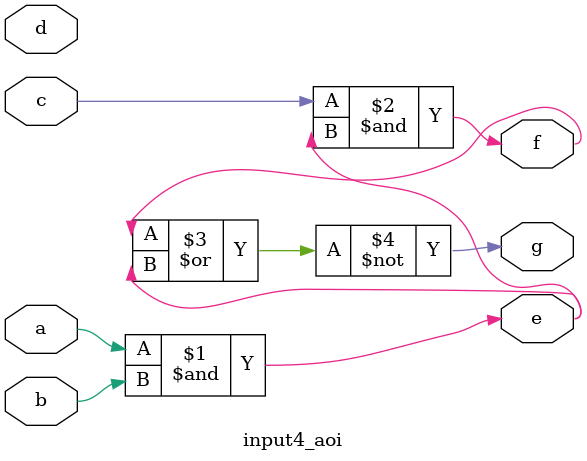
<source format=v>
`timescale 1ns / 1ps


module input4_aoi(a,b,c,d,e,f,g);
    input a,b,c,d;
    output e,f,g;
    assign e = a&b;
    assign f = c&e;
    assign g = ~(f|e);    
endmodule

</source>
